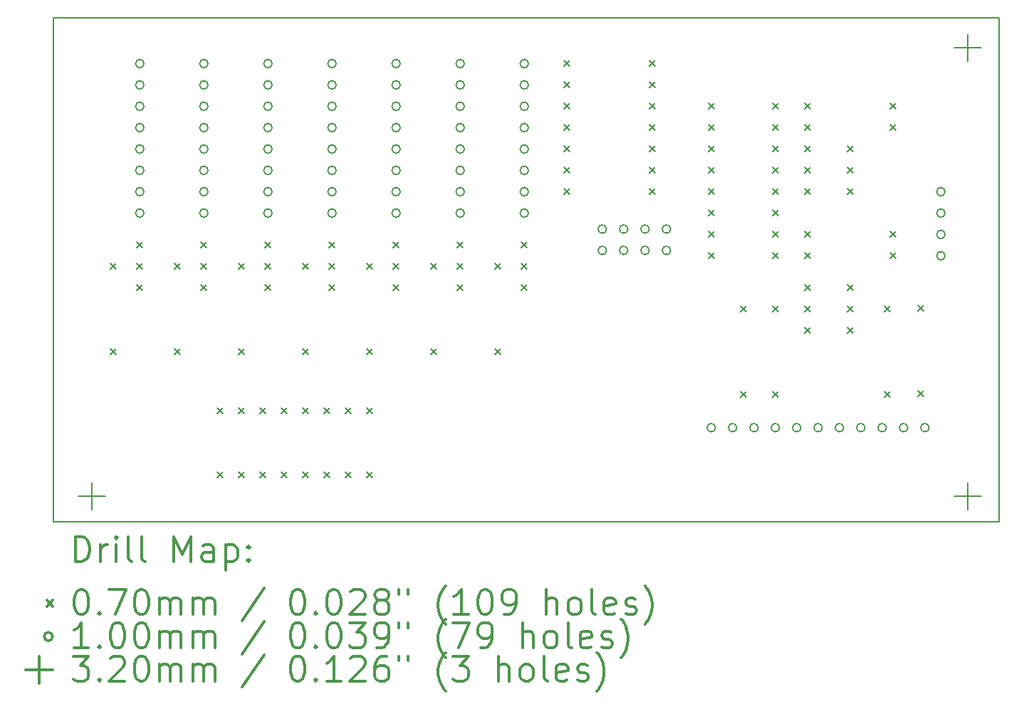
<source format=gbr>
%FSLAX45Y45*%
G04 Gerber Fmt 4.5, Leading zero omitted, Abs format (unit mm)*
G04 Created by KiCad (PCBNEW 4.0.1-stable) date 12/26/16 02:16:39*
%MOMM*%
G01*
G04 APERTURE LIST*
%ADD10C,0.127000*%
%ADD11C,0.150000*%
%ADD12C,0.200000*%
%ADD13C,0.300000*%
G04 APERTURE END LIST*
D10*
D11*
X12750000Y-12500000D02*
X24000000Y-12500000D01*
X12750000Y-6500000D02*
X12750000Y-12500000D01*
X24000000Y-6500000D02*
X24000000Y-12500000D01*
X12750000Y-6500000D02*
X24000000Y-6500000D01*
D12*
X13427000Y-9426500D02*
X13497000Y-9496500D01*
X13497000Y-9426500D02*
X13427000Y-9496500D01*
X13427000Y-10442500D02*
X13497000Y-10512500D01*
X13497000Y-10442500D02*
X13427000Y-10512500D01*
X13744500Y-9172500D02*
X13814500Y-9242500D01*
X13814500Y-9172500D02*
X13744500Y-9242500D01*
X13744500Y-9426500D02*
X13814500Y-9496500D01*
X13814500Y-9426500D02*
X13744500Y-9496500D01*
X13744500Y-9680500D02*
X13814500Y-9750500D01*
X13814500Y-9680500D02*
X13744500Y-9750500D01*
X14189000Y-9426500D02*
X14259000Y-9496500D01*
X14259000Y-9426500D02*
X14189000Y-9496500D01*
X14189000Y-10442500D02*
X14259000Y-10512500D01*
X14259000Y-10442500D02*
X14189000Y-10512500D01*
X14506500Y-9172500D02*
X14576500Y-9242500D01*
X14576500Y-9172500D02*
X14506500Y-9242500D01*
X14506500Y-9426500D02*
X14576500Y-9496500D01*
X14576500Y-9426500D02*
X14506500Y-9496500D01*
X14506500Y-9680500D02*
X14576500Y-9750500D01*
X14576500Y-9680500D02*
X14506500Y-9750500D01*
X14697000Y-11141000D02*
X14767000Y-11211000D01*
X14767000Y-11141000D02*
X14697000Y-11211000D01*
X14697000Y-11903000D02*
X14767000Y-11973000D01*
X14767000Y-11903000D02*
X14697000Y-11973000D01*
X14951000Y-9426500D02*
X15021000Y-9496500D01*
X15021000Y-9426500D02*
X14951000Y-9496500D01*
X14951000Y-10442500D02*
X15021000Y-10512500D01*
X15021000Y-10442500D02*
X14951000Y-10512500D01*
X14951000Y-11141000D02*
X15021000Y-11211000D01*
X15021000Y-11141000D02*
X14951000Y-11211000D01*
X14951000Y-11903000D02*
X15021000Y-11973000D01*
X15021000Y-11903000D02*
X14951000Y-11973000D01*
X15205000Y-11141000D02*
X15275000Y-11211000D01*
X15275000Y-11141000D02*
X15205000Y-11211000D01*
X15205000Y-11903000D02*
X15275000Y-11973000D01*
X15275000Y-11903000D02*
X15205000Y-11973000D01*
X15268500Y-9172500D02*
X15338500Y-9242500D01*
X15338500Y-9172500D02*
X15268500Y-9242500D01*
X15268500Y-9426500D02*
X15338500Y-9496500D01*
X15338500Y-9426500D02*
X15268500Y-9496500D01*
X15268500Y-9680500D02*
X15338500Y-9750500D01*
X15338500Y-9680500D02*
X15268500Y-9750500D01*
X15459000Y-11141000D02*
X15529000Y-11211000D01*
X15529000Y-11141000D02*
X15459000Y-11211000D01*
X15459000Y-11903000D02*
X15529000Y-11973000D01*
X15529000Y-11903000D02*
X15459000Y-11973000D01*
X15713000Y-9426500D02*
X15783000Y-9496500D01*
X15783000Y-9426500D02*
X15713000Y-9496500D01*
X15713000Y-10442500D02*
X15783000Y-10512500D01*
X15783000Y-10442500D02*
X15713000Y-10512500D01*
X15713000Y-11141000D02*
X15783000Y-11211000D01*
X15783000Y-11141000D02*
X15713000Y-11211000D01*
X15713000Y-11903000D02*
X15783000Y-11973000D01*
X15783000Y-11903000D02*
X15713000Y-11973000D01*
X15967000Y-11141000D02*
X16037000Y-11211000D01*
X16037000Y-11141000D02*
X15967000Y-11211000D01*
X15967000Y-11903000D02*
X16037000Y-11973000D01*
X16037000Y-11903000D02*
X15967000Y-11973000D01*
X16030500Y-9172500D02*
X16100500Y-9242500D01*
X16100500Y-9172500D02*
X16030500Y-9242500D01*
X16030500Y-9426500D02*
X16100500Y-9496500D01*
X16100500Y-9426500D02*
X16030500Y-9496500D01*
X16030500Y-9680500D02*
X16100500Y-9750500D01*
X16100500Y-9680500D02*
X16030500Y-9750500D01*
X16221000Y-11141000D02*
X16291000Y-11211000D01*
X16291000Y-11141000D02*
X16221000Y-11211000D01*
X16221000Y-11903000D02*
X16291000Y-11973000D01*
X16291000Y-11903000D02*
X16221000Y-11973000D01*
X16475000Y-9426500D02*
X16545000Y-9496500D01*
X16545000Y-9426500D02*
X16475000Y-9496500D01*
X16475000Y-10442500D02*
X16545000Y-10512500D01*
X16545000Y-10442500D02*
X16475000Y-10512500D01*
X16475000Y-11141000D02*
X16545000Y-11211000D01*
X16545000Y-11141000D02*
X16475000Y-11211000D01*
X16475000Y-11903000D02*
X16545000Y-11973000D01*
X16545000Y-11903000D02*
X16475000Y-11973000D01*
X16792500Y-9172500D02*
X16862500Y-9242500D01*
X16862500Y-9172500D02*
X16792500Y-9242500D01*
X16792500Y-9426500D02*
X16862500Y-9496500D01*
X16862500Y-9426500D02*
X16792500Y-9496500D01*
X16792500Y-9680500D02*
X16862500Y-9750500D01*
X16862500Y-9680500D02*
X16792500Y-9750500D01*
X17237000Y-9426500D02*
X17307000Y-9496500D01*
X17307000Y-9426500D02*
X17237000Y-9496500D01*
X17237000Y-10442500D02*
X17307000Y-10512500D01*
X17307000Y-10442500D02*
X17237000Y-10512500D01*
X17554500Y-9172500D02*
X17624500Y-9242500D01*
X17624500Y-9172500D02*
X17554500Y-9242500D01*
X17554500Y-9426500D02*
X17624500Y-9496500D01*
X17624500Y-9426500D02*
X17554500Y-9496500D01*
X17554500Y-9680500D02*
X17624500Y-9750500D01*
X17624500Y-9680500D02*
X17554500Y-9750500D01*
X17999000Y-9426500D02*
X18069000Y-9496500D01*
X18069000Y-9426500D02*
X17999000Y-9496500D01*
X17999000Y-10442500D02*
X18069000Y-10512500D01*
X18069000Y-10442500D02*
X17999000Y-10512500D01*
X18316500Y-9172500D02*
X18386500Y-9242500D01*
X18386500Y-9172500D02*
X18316500Y-9242500D01*
X18316500Y-9426500D02*
X18386500Y-9496500D01*
X18386500Y-9426500D02*
X18316500Y-9496500D01*
X18316500Y-9680500D02*
X18386500Y-9750500D01*
X18386500Y-9680500D02*
X18316500Y-9750500D01*
X18824500Y-7013500D02*
X18894500Y-7083500D01*
X18894500Y-7013500D02*
X18824500Y-7083500D01*
X18824500Y-7267500D02*
X18894500Y-7337500D01*
X18894500Y-7267500D02*
X18824500Y-7337500D01*
X18824500Y-7521500D02*
X18894500Y-7591500D01*
X18894500Y-7521500D02*
X18824500Y-7591500D01*
X18824500Y-7775500D02*
X18894500Y-7845500D01*
X18894500Y-7775500D02*
X18824500Y-7845500D01*
X18824500Y-8029500D02*
X18894500Y-8099500D01*
X18894500Y-8029500D02*
X18824500Y-8099500D01*
X18824500Y-8283500D02*
X18894500Y-8353500D01*
X18894500Y-8283500D02*
X18824500Y-8353500D01*
X18824500Y-8537500D02*
X18894500Y-8607500D01*
X18894500Y-8537500D02*
X18824500Y-8607500D01*
X19840500Y-7013500D02*
X19910500Y-7083500D01*
X19910500Y-7013500D02*
X19840500Y-7083500D01*
X19840500Y-7267500D02*
X19910500Y-7337500D01*
X19910500Y-7267500D02*
X19840500Y-7337500D01*
X19840500Y-7521500D02*
X19910500Y-7591500D01*
X19910500Y-7521500D02*
X19840500Y-7591500D01*
X19840500Y-7775500D02*
X19910500Y-7845500D01*
X19910500Y-7775500D02*
X19840500Y-7845500D01*
X19840500Y-8029500D02*
X19910500Y-8099500D01*
X19910500Y-8029500D02*
X19840500Y-8099500D01*
X19840500Y-8283500D02*
X19910500Y-8353500D01*
X19910500Y-8283500D02*
X19840500Y-8353500D01*
X19840500Y-8537500D02*
X19910500Y-8607500D01*
X19910500Y-8537500D02*
X19840500Y-8607500D01*
X20539000Y-7521500D02*
X20609000Y-7591500D01*
X20609000Y-7521500D02*
X20539000Y-7591500D01*
X20539000Y-7775500D02*
X20609000Y-7845500D01*
X20609000Y-7775500D02*
X20539000Y-7845500D01*
X20539000Y-8029500D02*
X20609000Y-8099500D01*
X20609000Y-8029500D02*
X20539000Y-8099500D01*
X20539000Y-8283500D02*
X20609000Y-8353500D01*
X20609000Y-8283500D02*
X20539000Y-8353500D01*
X20539000Y-8537500D02*
X20609000Y-8607500D01*
X20609000Y-8537500D02*
X20539000Y-8607500D01*
X20539000Y-8791500D02*
X20609000Y-8861500D01*
X20609000Y-8791500D02*
X20539000Y-8861500D01*
X20539000Y-9045500D02*
X20609000Y-9115500D01*
X20609000Y-9045500D02*
X20539000Y-9115500D01*
X20539000Y-9299500D02*
X20609000Y-9369500D01*
X20609000Y-9299500D02*
X20539000Y-9369500D01*
X20920000Y-9934500D02*
X20990000Y-10004500D01*
X20990000Y-9934500D02*
X20920000Y-10004500D01*
X20920000Y-10950500D02*
X20990000Y-11020500D01*
X20990000Y-10950500D02*
X20920000Y-11020500D01*
X21301000Y-7521500D02*
X21371000Y-7591500D01*
X21371000Y-7521500D02*
X21301000Y-7591500D01*
X21301000Y-7775500D02*
X21371000Y-7845500D01*
X21371000Y-7775500D02*
X21301000Y-7845500D01*
X21301000Y-8029500D02*
X21371000Y-8099500D01*
X21371000Y-8029500D02*
X21301000Y-8099500D01*
X21301000Y-8283500D02*
X21371000Y-8353500D01*
X21371000Y-8283500D02*
X21301000Y-8353500D01*
X21301000Y-8537500D02*
X21371000Y-8607500D01*
X21371000Y-8537500D02*
X21301000Y-8607500D01*
X21301000Y-8791500D02*
X21371000Y-8861500D01*
X21371000Y-8791500D02*
X21301000Y-8861500D01*
X21301000Y-9045500D02*
X21371000Y-9115500D01*
X21371000Y-9045500D02*
X21301000Y-9115500D01*
X21301000Y-9299500D02*
X21371000Y-9369500D01*
X21371000Y-9299500D02*
X21301000Y-9369500D01*
X21301000Y-9934500D02*
X21371000Y-10004500D01*
X21371000Y-9934500D02*
X21301000Y-10004500D01*
X21301000Y-10950500D02*
X21371000Y-11020500D01*
X21371000Y-10950500D02*
X21301000Y-11020500D01*
X21682000Y-7521500D02*
X21752000Y-7591500D01*
X21752000Y-7521500D02*
X21682000Y-7591500D01*
X21682000Y-7775500D02*
X21752000Y-7845500D01*
X21752000Y-7775500D02*
X21682000Y-7845500D01*
X21682000Y-8029500D02*
X21752000Y-8099500D01*
X21752000Y-8029500D02*
X21682000Y-8099500D01*
X21682000Y-8283500D02*
X21752000Y-8353500D01*
X21752000Y-8283500D02*
X21682000Y-8353500D01*
X21682000Y-8537500D02*
X21752000Y-8607500D01*
X21752000Y-8537500D02*
X21682000Y-8607500D01*
X21682000Y-9045500D02*
X21752000Y-9115500D01*
X21752000Y-9045500D02*
X21682000Y-9115500D01*
X21682000Y-9299500D02*
X21752000Y-9369500D01*
X21752000Y-9299500D02*
X21682000Y-9369500D01*
X21682000Y-9680500D02*
X21752000Y-9750500D01*
X21752000Y-9680500D02*
X21682000Y-9750500D01*
X21682000Y-9934500D02*
X21752000Y-10004500D01*
X21752000Y-9934500D02*
X21682000Y-10004500D01*
X21682000Y-10188500D02*
X21752000Y-10258500D01*
X21752000Y-10188500D02*
X21682000Y-10258500D01*
X22190000Y-8029500D02*
X22260000Y-8099500D01*
X22260000Y-8029500D02*
X22190000Y-8099500D01*
X22190000Y-8283500D02*
X22260000Y-8353500D01*
X22260000Y-8283500D02*
X22190000Y-8353500D01*
X22190000Y-8537500D02*
X22260000Y-8607500D01*
X22260000Y-8537500D02*
X22190000Y-8607500D01*
X22190000Y-9680500D02*
X22260000Y-9750500D01*
X22260000Y-9680500D02*
X22190000Y-9750500D01*
X22190000Y-9934500D02*
X22260000Y-10004500D01*
X22260000Y-9934500D02*
X22190000Y-10004500D01*
X22190000Y-10188500D02*
X22260000Y-10258500D01*
X22260000Y-10188500D02*
X22190000Y-10258500D01*
X22634500Y-9934500D02*
X22704500Y-10004500D01*
X22704500Y-9934500D02*
X22634500Y-10004500D01*
X22634500Y-10950500D02*
X22704500Y-11020500D01*
X22704500Y-10950500D02*
X22634500Y-11020500D01*
X22698000Y-7521500D02*
X22768000Y-7591500D01*
X22768000Y-7521500D02*
X22698000Y-7591500D01*
X22698000Y-7775500D02*
X22768000Y-7845500D01*
X22768000Y-7775500D02*
X22698000Y-7845500D01*
X22698000Y-9045500D02*
X22768000Y-9115500D01*
X22768000Y-9045500D02*
X22698000Y-9115500D01*
X22698000Y-9299500D02*
X22768000Y-9369500D01*
X22768000Y-9299500D02*
X22698000Y-9369500D01*
X23028200Y-9921800D02*
X23098200Y-9991800D01*
X23098200Y-9921800D02*
X23028200Y-9991800D01*
X23028200Y-10937800D02*
X23098200Y-11007800D01*
X23098200Y-10937800D02*
X23028200Y-11007800D01*
X13829500Y-7048500D02*
G75*
G03X13829500Y-7048500I-50000J0D01*
G01*
X13829500Y-7302500D02*
G75*
G03X13829500Y-7302500I-50000J0D01*
G01*
X13829500Y-7556500D02*
G75*
G03X13829500Y-7556500I-50000J0D01*
G01*
X13829500Y-7810500D02*
G75*
G03X13829500Y-7810500I-50000J0D01*
G01*
X13829500Y-8064500D02*
G75*
G03X13829500Y-8064500I-50000J0D01*
G01*
X13829500Y-8318500D02*
G75*
G03X13829500Y-8318500I-50000J0D01*
G01*
X13829500Y-8572500D02*
G75*
G03X13829500Y-8572500I-50000J0D01*
G01*
X13829500Y-8826500D02*
G75*
G03X13829500Y-8826500I-50000J0D01*
G01*
X14591500Y-7048500D02*
G75*
G03X14591500Y-7048500I-50000J0D01*
G01*
X14591500Y-7302500D02*
G75*
G03X14591500Y-7302500I-50000J0D01*
G01*
X14591500Y-7556500D02*
G75*
G03X14591500Y-7556500I-50000J0D01*
G01*
X14591500Y-7810500D02*
G75*
G03X14591500Y-7810500I-50000J0D01*
G01*
X14591500Y-8064500D02*
G75*
G03X14591500Y-8064500I-50000J0D01*
G01*
X14591500Y-8318500D02*
G75*
G03X14591500Y-8318500I-50000J0D01*
G01*
X14591500Y-8572500D02*
G75*
G03X14591500Y-8572500I-50000J0D01*
G01*
X14591500Y-8826500D02*
G75*
G03X14591500Y-8826500I-50000J0D01*
G01*
X15353500Y-7048500D02*
G75*
G03X15353500Y-7048500I-50000J0D01*
G01*
X15353500Y-7302500D02*
G75*
G03X15353500Y-7302500I-50000J0D01*
G01*
X15353500Y-7556500D02*
G75*
G03X15353500Y-7556500I-50000J0D01*
G01*
X15353500Y-7810500D02*
G75*
G03X15353500Y-7810500I-50000J0D01*
G01*
X15353500Y-8064500D02*
G75*
G03X15353500Y-8064500I-50000J0D01*
G01*
X15353500Y-8318500D02*
G75*
G03X15353500Y-8318500I-50000J0D01*
G01*
X15353500Y-8572500D02*
G75*
G03X15353500Y-8572500I-50000J0D01*
G01*
X15353500Y-8826500D02*
G75*
G03X15353500Y-8826500I-50000J0D01*
G01*
X16115500Y-7048500D02*
G75*
G03X16115500Y-7048500I-50000J0D01*
G01*
X16115500Y-7302500D02*
G75*
G03X16115500Y-7302500I-50000J0D01*
G01*
X16115500Y-7556500D02*
G75*
G03X16115500Y-7556500I-50000J0D01*
G01*
X16115500Y-7810500D02*
G75*
G03X16115500Y-7810500I-50000J0D01*
G01*
X16115500Y-8064500D02*
G75*
G03X16115500Y-8064500I-50000J0D01*
G01*
X16115500Y-8318500D02*
G75*
G03X16115500Y-8318500I-50000J0D01*
G01*
X16115500Y-8572500D02*
G75*
G03X16115500Y-8572500I-50000J0D01*
G01*
X16115500Y-8826500D02*
G75*
G03X16115500Y-8826500I-50000J0D01*
G01*
X16877500Y-7048500D02*
G75*
G03X16877500Y-7048500I-50000J0D01*
G01*
X16877500Y-7302500D02*
G75*
G03X16877500Y-7302500I-50000J0D01*
G01*
X16877500Y-7556500D02*
G75*
G03X16877500Y-7556500I-50000J0D01*
G01*
X16877500Y-7810500D02*
G75*
G03X16877500Y-7810500I-50000J0D01*
G01*
X16877500Y-8064500D02*
G75*
G03X16877500Y-8064500I-50000J0D01*
G01*
X16877500Y-8318500D02*
G75*
G03X16877500Y-8318500I-50000J0D01*
G01*
X16877500Y-8572500D02*
G75*
G03X16877500Y-8572500I-50000J0D01*
G01*
X16877500Y-8826500D02*
G75*
G03X16877500Y-8826500I-50000J0D01*
G01*
X17639500Y-7048500D02*
G75*
G03X17639500Y-7048500I-50000J0D01*
G01*
X17639500Y-7302500D02*
G75*
G03X17639500Y-7302500I-50000J0D01*
G01*
X17639500Y-7556500D02*
G75*
G03X17639500Y-7556500I-50000J0D01*
G01*
X17639500Y-7810500D02*
G75*
G03X17639500Y-7810500I-50000J0D01*
G01*
X17639500Y-8064500D02*
G75*
G03X17639500Y-8064500I-50000J0D01*
G01*
X17639500Y-8318500D02*
G75*
G03X17639500Y-8318500I-50000J0D01*
G01*
X17639500Y-8572500D02*
G75*
G03X17639500Y-8572500I-50000J0D01*
G01*
X17639500Y-8826500D02*
G75*
G03X17639500Y-8826500I-50000J0D01*
G01*
X18401500Y-7048500D02*
G75*
G03X18401500Y-7048500I-50000J0D01*
G01*
X18401500Y-7302500D02*
G75*
G03X18401500Y-7302500I-50000J0D01*
G01*
X18401500Y-7556500D02*
G75*
G03X18401500Y-7556500I-50000J0D01*
G01*
X18401500Y-7810500D02*
G75*
G03X18401500Y-7810500I-50000J0D01*
G01*
X18401500Y-8064500D02*
G75*
G03X18401500Y-8064500I-50000J0D01*
G01*
X18401500Y-8318500D02*
G75*
G03X18401500Y-8318500I-50000J0D01*
G01*
X18401500Y-8572500D02*
G75*
G03X18401500Y-8572500I-50000J0D01*
G01*
X18401500Y-8826500D02*
G75*
G03X18401500Y-8826500I-50000J0D01*
G01*
X19328600Y-9017000D02*
G75*
G03X19328600Y-9017000I-50000J0D01*
G01*
X19328600Y-9271000D02*
G75*
G03X19328600Y-9271000I-50000J0D01*
G01*
X19582600Y-9017000D02*
G75*
G03X19582600Y-9017000I-50000J0D01*
G01*
X19582600Y-9271000D02*
G75*
G03X19582600Y-9271000I-50000J0D01*
G01*
X19836600Y-9017000D02*
G75*
G03X19836600Y-9017000I-50000J0D01*
G01*
X19836600Y-9271000D02*
G75*
G03X19836600Y-9271000I-50000J0D01*
G01*
X20090600Y-9017000D02*
G75*
G03X20090600Y-9017000I-50000J0D01*
G01*
X20090600Y-9271000D02*
G75*
G03X20090600Y-9271000I-50000J0D01*
G01*
X20624000Y-11379200D02*
G75*
G03X20624000Y-11379200I-50000J0D01*
G01*
X20878000Y-11379200D02*
G75*
G03X20878000Y-11379200I-50000J0D01*
G01*
X21132000Y-11379200D02*
G75*
G03X21132000Y-11379200I-50000J0D01*
G01*
X21386000Y-11379200D02*
G75*
G03X21386000Y-11379200I-50000J0D01*
G01*
X21640000Y-11379200D02*
G75*
G03X21640000Y-11379200I-50000J0D01*
G01*
X21894000Y-11379200D02*
G75*
G03X21894000Y-11379200I-50000J0D01*
G01*
X22148000Y-11379200D02*
G75*
G03X22148000Y-11379200I-50000J0D01*
G01*
X22402000Y-11379200D02*
G75*
G03X22402000Y-11379200I-50000J0D01*
G01*
X22656000Y-11379200D02*
G75*
G03X22656000Y-11379200I-50000J0D01*
G01*
X22910000Y-11379200D02*
G75*
G03X22910000Y-11379200I-50000J0D01*
G01*
X23164000Y-11379200D02*
G75*
G03X23164000Y-11379200I-50000J0D01*
G01*
X23354500Y-8572500D02*
G75*
G03X23354500Y-8572500I-50000J0D01*
G01*
X23354500Y-8826500D02*
G75*
G03X23354500Y-8826500I-50000J0D01*
G01*
X23354500Y-9080500D02*
G75*
G03X23354500Y-9080500I-50000J0D01*
G01*
X23354500Y-9334500D02*
G75*
G03X23354500Y-9334500I-50000J0D01*
G01*
X13208000Y-12032000D02*
X13208000Y-12352000D01*
X13048000Y-12192000D02*
X13368000Y-12192000D01*
X23622000Y-6698000D02*
X23622000Y-7018000D01*
X23462000Y-6858000D02*
X23782000Y-6858000D01*
X23622000Y-12032000D02*
X23622000Y-12352000D01*
X23462000Y-12192000D02*
X23782000Y-12192000D01*
D13*
X13013928Y-12973214D02*
X13013928Y-12673214D01*
X13085357Y-12673214D01*
X13128214Y-12687500D01*
X13156786Y-12716071D01*
X13171071Y-12744643D01*
X13185357Y-12801786D01*
X13185357Y-12844643D01*
X13171071Y-12901786D01*
X13156786Y-12930357D01*
X13128214Y-12958929D01*
X13085357Y-12973214D01*
X13013928Y-12973214D01*
X13313928Y-12973214D02*
X13313928Y-12773214D01*
X13313928Y-12830357D02*
X13328214Y-12801786D01*
X13342500Y-12787500D01*
X13371071Y-12773214D01*
X13399643Y-12773214D01*
X13499643Y-12973214D02*
X13499643Y-12773214D01*
X13499643Y-12673214D02*
X13485357Y-12687500D01*
X13499643Y-12701786D01*
X13513928Y-12687500D01*
X13499643Y-12673214D01*
X13499643Y-12701786D01*
X13685357Y-12973214D02*
X13656786Y-12958929D01*
X13642500Y-12930357D01*
X13642500Y-12673214D01*
X13842500Y-12973214D02*
X13813928Y-12958929D01*
X13799643Y-12930357D01*
X13799643Y-12673214D01*
X14185357Y-12973214D02*
X14185357Y-12673214D01*
X14285357Y-12887500D01*
X14385357Y-12673214D01*
X14385357Y-12973214D01*
X14656786Y-12973214D02*
X14656786Y-12816071D01*
X14642500Y-12787500D01*
X14613928Y-12773214D01*
X14556786Y-12773214D01*
X14528214Y-12787500D01*
X14656786Y-12958929D02*
X14628214Y-12973214D01*
X14556786Y-12973214D01*
X14528214Y-12958929D01*
X14513928Y-12930357D01*
X14513928Y-12901786D01*
X14528214Y-12873214D01*
X14556786Y-12858929D01*
X14628214Y-12858929D01*
X14656786Y-12844643D01*
X14799643Y-12773214D02*
X14799643Y-13073214D01*
X14799643Y-12787500D02*
X14828214Y-12773214D01*
X14885357Y-12773214D01*
X14913928Y-12787500D01*
X14928214Y-12801786D01*
X14942500Y-12830357D01*
X14942500Y-12916071D01*
X14928214Y-12944643D01*
X14913928Y-12958929D01*
X14885357Y-12973214D01*
X14828214Y-12973214D01*
X14799643Y-12958929D01*
X15071071Y-12944643D02*
X15085357Y-12958929D01*
X15071071Y-12973214D01*
X15056786Y-12958929D01*
X15071071Y-12944643D01*
X15071071Y-12973214D01*
X15071071Y-12787500D02*
X15085357Y-12801786D01*
X15071071Y-12816071D01*
X15056786Y-12801786D01*
X15071071Y-12787500D01*
X15071071Y-12816071D01*
X12672500Y-13432500D02*
X12742500Y-13502500D01*
X12742500Y-13432500D02*
X12672500Y-13502500D01*
X13071071Y-13303214D02*
X13099643Y-13303214D01*
X13128214Y-13317500D01*
X13142500Y-13331786D01*
X13156786Y-13360357D01*
X13171071Y-13417500D01*
X13171071Y-13488929D01*
X13156786Y-13546071D01*
X13142500Y-13574643D01*
X13128214Y-13588929D01*
X13099643Y-13603214D01*
X13071071Y-13603214D01*
X13042500Y-13588929D01*
X13028214Y-13574643D01*
X13013928Y-13546071D01*
X12999643Y-13488929D01*
X12999643Y-13417500D01*
X13013928Y-13360357D01*
X13028214Y-13331786D01*
X13042500Y-13317500D01*
X13071071Y-13303214D01*
X13299643Y-13574643D02*
X13313928Y-13588929D01*
X13299643Y-13603214D01*
X13285357Y-13588929D01*
X13299643Y-13574643D01*
X13299643Y-13603214D01*
X13413928Y-13303214D02*
X13613928Y-13303214D01*
X13485357Y-13603214D01*
X13785357Y-13303214D02*
X13813928Y-13303214D01*
X13842500Y-13317500D01*
X13856786Y-13331786D01*
X13871071Y-13360357D01*
X13885357Y-13417500D01*
X13885357Y-13488929D01*
X13871071Y-13546071D01*
X13856786Y-13574643D01*
X13842500Y-13588929D01*
X13813928Y-13603214D01*
X13785357Y-13603214D01*
X13756786Y-13588929D01*
X13742500Y-13574643D01*
X13728214Y-13546071D01*
X13713928Y-13488929D01*
X13713928Y-13417500D01*
X13728214Y-13360357D01*
X13742500Y-13331786D01*
X13756786Y-13317500D01*
X13785357Y-13303214D01*
X14013928Y-13603214D02*
X14013928Y-13403214D01*
X14013928Y-13431786D02*
X14028214Y-13417500D01*
X14056786Y-13403214D01*
X14099643Y-13403214D01*
X14128214Y-13417500D01*
X14142500Y-13446071D01*
X14142500Y-13603214D01*
X14142500Y-13446071D02*
X14156786Y-13417500D01*
X14185357Y-13403214D01*
X14228214Y-13403214D01*
X14256786Y-13417500D01*
X14271071Y-13446071D01*
X14271071Y-13603214D01*
X14413928Y-13603214D02*
X14413928Y-13403214D01*
X14413928Y-13431786D02*
X14428214Y-13417500D01*
X14456786Y-13403214D01*
X14499643Y-13403214D01*
X14528214Y-13417500D01*
X14542500Y-13446071D01*
X14542500Y-13603214D01*
X14542500Y-13446071D02*
X14556786Y-13417500D01*
X14585357Y-13403214D01*
X14628214Y-13403214D01*
X14656786Y-13417500D01*
X14671071Y-13446071D01*
X14671071Y-13603214D01*
X15256786Y-13288929D02*
X14999643Y-13674643D01*
X15642500Y-13303214D02*
X15671071Y-13303214D01*
X15699643Y-13317500D01*
X15713928Y-13331786D01*
X15728214Y-13360357D01*
X15742500Y-13417500D01*
X15742500Y-13488929D01*
X15728214Y-13546071D01*
X15713928Y-13574643D01*
X15699643Y-13588929D01*
X15671071Y-13603214D01*
X15642500Y-13603214D01*
X15613928Y-13588929D01*
X15599643Y-13574643D01*
X15585357Y-13546071D01*
X15571071Y-13488929D01*
X15571071Y-13417500D01*
X15585357Y-13360357D01*
X15599643Y-13331786D01*
X15613928Y-13317500D01*
X15642500Y-13303214D01*
X15871071Y-13574643D02*
X15885357Y-13588929D01*
X15871071Y-13603214D01*
X15856786Y-13588929D01*
X15871071Y-13574643D01*
X15871071Y-13603214D01*
X16071071Y-13303214D02*
X16099643Y-13303214D01*
X16128214Y-13317500D01*
X16142500Y-13331786D01*
X16156785Y-13360357D01*
X16171071Y-13417500D01*
X16171071Y-13488929D01*
X16156785Y-13546071D01*
X16142500Y-13574643D01*
X16128214Y-13588929D01*
X16099643Y-13603214D01*
X16071071Y-13603214D01*
X16042500Y-13588929D01*
X16028214Y-13574643D01*
X16013928Y-13546071D01*
X15999643Y-13488929D01*
X15999643Y-13417500D01*
X16013928Y-13360357D01*
X16028214Y-13331786D01*
X16042500Y-13317500D01*
X16071071Y-13303214D01*
X16285357Y-13331786D02*
X16299643Y-13317500D01*
X16328214Y-13303214D01*
X16399643Y-13303214D01*
X16428214Y-13317500D01*
X16442500Y-13331786D01*
X16456785Y-13360357D01*
X16456785Y-13388929D01*
X16442500Y-13431786D01*
X16271071Y-13603214D01*
X16456785Y-13603214D01*
X16628214Y-13431786D02*
X16599643Y-13417500D01*
X16585357Y-13403214D01*
X16571071Y-13374643D01*
X16571071Y-13360357D01*
X16585357Y-13331786D01*
X16599643Y-13317500D01*
X16628214Y-13303214D01*
X16685357Y-13303214D01*
X16713928Y-13317500D01*
X16728214Y-13331786D01*
X16742500Y-13360357D01*
X16742500Y-13374643D01*
X16728214Y-13403214D01*
X16713928Y-13417500D01*
X16685357Y-13431786D01*
X16628214Y-13431786D01*
X16599643Y-13446071D01*
X16585357Y-13460357D01*
X16571071Y-13488929D01*
X16571071Y-13546071D01*
X16585357Y-13574643D01*
X16599643Y-13588929D01*
X16628214Y-13603214D01*
X16685357Y-13603214D01*
X16713928Y-13588929D01*
X16728214Y-13574643D01*
X16742500Y-13546071D01*
X16742500Y-13488929D01*
X16728214Y-13460357D01*
X16713928Y-13446071D01*
X16685357Y-13431786D01*
X16856786Y-13303214D02*
X16856786Y-13360357D01*
X16971071Y-13303214D02*
X16971071Y-13360357D01*
X17413928Y-13717500D02*
X17399643Y-13703214D01*
X17371071Y-13660357D01*
X17356786Y-13631786D01*
X17342500Y-13588929D01*
X17328214Y-13517500D01*
X17328214Y-13460357D01*
X17342500Y-13388929D01*
X17356786Y-13346071D01*
X17371071Y-13317500D01*
X17399643Y-13274643D01*
X17413928Y-13260357D01*
X17685357Y-13603214D02*
X17513928Y-13603214D01*
X17599643Y-13603214D02*
X17599643Y-13303214D01*
X17571071Y-13346071D01*
X17542500Y-13374643D01*
X17513928Y-13388929D01*
X17871071Y-13303214D02*
X17899643Y-13303214D01*
X17928214Y-13317500D01*
X17942500Y-13331786D01*
X17956786Y-13360357D01*
X17971071Y-13417500D01*
X17971071Y-13488929D01*
X17956786Y-13546071D01*
X17942500Y-13574643D01*
X17928214Y-13588929D01*
X17899643Y-13603214D01*
X17871071Y-13603214D01*
X17842500Y-13588929D01*
X17828214Y-13574643D01*
X17813928Y-13546071D01*
X17799643Y-13488929D01*
X17799643Y-13417500D01*
X17813928Y-13360357D01*
X17828214Y-13331786D01*
X17842500Y-13317500D01*
X17871071Y-13303214D01*
X18113928Y-13603214D02*
X18171071Y-13603214D01*
X18199643Y-13588929D01*
X18213928Y-13574643D01*
X18242500Y-13531786D01*
X18256786Y-13474643D01*
X18256786Y-13360357D01*
X18242500Y-13331786D01*
X18228214Y-13317500D01*
X18199643Y-13303214D01*
X18142500Y-13303214D01*
X18113928Y-13317500D01*
X18099643Y-13331786D01*
X18085357Y-13360357D01*
X18085357Y-13431786D01*
X18099643Y-13460357D01*
X18113928Y-13474643D01*
X18142500Y-13488929D01*
X18199643Y-13488929D01*
X18228214Y-13474643D01*
X18242500Y-13460357D01*
X18256786Y-13431786D01*
X18613928Y-13603214D02*
X18613928Y-13303214D01*
X18742500Y-13603214D02*
X18742500Y-13446071D01*
X18728214Y-13417500D01*
X18699643Y-13403214D01*
X18656786Y-13403214D01*
X18628214Y-13417500D01*
X18613928Y-13431786D01*
X18928214Y-13603214D02*
X18899643Y-13588929D01*
X18885357Y-13574643D01*
X18871071Y-13546071D01*
X18871071Y-13460357D01*
X18885357Y-13431786D01*
X18899643Y-13417500D01*
X18928214Y-13403214D01*
X18971071Y-13403214D01*
X18999643Y-13417500D01*
X19013928Y-13431786D01*
X19028214Y-13460357D01*
X19028214Y-13546071D01*
X19013928Y-13574643D01*
X18999643Y-13588929D01*
X18971071Y-13603214D01*
X18928214Y-13603214D01*
X19199643Y-13603214D02*
X19171071Y-13588929D01*
X19156786Y-13560357D01*
X19156786Y-13303214D01*
X19428214Y-13588929D02*
X19399643Y-13603214D01*
X19342500Y-13603214D01*
X19313929Y-13588929D01*
X19299643Y-13560357D01*
X19299643Y-13446071D01*
X19313929Y-13417500D01*
X19342500Y-13403214D01*
X19399643Y-13403214D01*
X19428214Y-13417500D01*
X19442500Y-13446071D01*
X19442500Y-13474643D01*
X19299643Y-13503214D01*
X19556786Y-13588929D02*
X19585357Y-13603214D01*
X19642500Y-13603214D01*
X19671071Y-13588929D01*
X19685357Y-13560357D01*
X19685357Y-13546071D01*
X19671071Y-13517500D01*
X19642500Y-13503214D01*
X19599643Y-13503214D01*
X19571071Y-13488929D01*
X19556786Y-13460357D01*
X19556786Y-13446071D01*
X19571071Y-13417500D01*
X19599643Y-13403214D01*
X19642500Y-13403214D01*
X19671071Y-13417500D01*
X19785357Y-13717500D02*
X19799643Y-13703214D01*
X19828214Y-13660357D01*
X19842500Y-13631786D01*
X19856786Y-13588929D01*
X19871071Y-13517500D01*
X19871071Y-13460357D01*
X19856786Y-13388929D01*
X19842500Y-13346071D01*
X19828214Y-13317500D01*
X19799643Y-13274643D01*
X19785357Y-13260357D01*
X12742500Y-13863500D02*
G75*
G03X12742500Y-13863500I-50000J0D01*
G01*
X13171071Y-13999214D02*
X12999643Y-13999214D01*
X13085357Y-13999214D02*
X13085357Y-13699214D01*
X13056786Y-13742071D01*
X13028214Y-13770643D01*
X12999643Y-13784929D01*
X13299643Y-13970643D02*
X13313928Y-13984929D01*
X13299643Y-13999214D01*
X13285357Y-13984929D01*
X13299643Y-13970643D01*
X13299643Y-13999214D01*
X13499643Y-13699214D02*
X13528214Y-13699214D01*
X13556786Y-13713500D01*
X13571071Y-13727786D01*
X13585357Y-13756357D01*
X13599643Y-13813500D01*
X13599643Y-13884929D01*
X13585357Y-13942071D01*
X13571071Y-13970643D01*
X13556786Y-13984929D01*
X13528214Y-13999214D01*
X13499643Y-13999214D01*
X13471071Y-13984929D01*
X13456786Y-13970643D01*
X13442500Y-13942071D01*
X13428214Y-13884929D01*
X13428214Y-13813500D01*
X13442500Y-13756357D01*
X13456786Y-13727786D01*
X13471071Y-13713500D01*
X13499643Y-13699214D01*
X13785357Y-13699214D02*
X13813928Y-13699214D01*
X13842500Y-13713500D01*
X13856786Y-13727786D01*
X13871071Y-13756357D01*
X13885357Y-13813500D01*
X13885357Y-13884929D01*
X13871071Y-13942071D01*
X13856786Y-13970643D01*
X13842500Y-13984929D01*
X13813928Y-13999214D01*
X13785357Y-13999214D01*
X13756786Y-13984929D01*
X13742500Y-13970643D01*
X13728214Y-13942071D01*
X13713928Y-13884929D01*
X13713928Y-13813500D01*
X13728214Y-13756357D01*
X13742500Y-13727786D01*
X13756786Y-13713500D01*
X13785357Y-13699214D01*
X14013928Y-13999214D02*
X14013928Y-13799214D01*
X14013928Y-13827786D02*
X14028214Y-13813500D01*
X14056786Y-13799214D01*
X14099643Y-13799214D01*
X14128214Y-13813500D01*
X14142500Y-13842071D01*
X14142500Y-13999214D01*
X14142500Y-13842071D02*
X14156786Y-13813500D01*
X14185357Y-13799214D01*
X14228214Y-13799214D01*
X14256786Y-13813500D01*
X14271071Y-13842071D01*
X14271071Y-13999214D01*
X14413928Y-13999214D02*
X14413928Y-13799214D01*
X14413928Y-13827786D02*
X14428214Y-13813500D01*
X14456786Y-13799214D01*
X14499643Y-13799214D01*
X14528214Y-13813500D01*
X14542500Y-13842071D01*
X14542500Y-13999214D01*
X14542500Y-13842071D02*
X14556786Y-13813500D01*
X14585357Y-13799214D01*
X14628214Y-13799214D01*
X14656786Y-13813500D01*
X14671071Y-13842071D01*
X14671071Y-13999214D01*
X15256786Y-13684929D02*
X14999643Y-14070643D01*
X15642500Y-13699214D02*
X15671071Y-13699214D01*
X15699643Y-13713500D01*
X15713928Y-13727786D01*
X15728214Y-13756357D01*
X15742500Y-13813500D01*
X15742500Y-13884929D01*
X15728214Y-13942071D01*
X15713928Y-13970643D01*
X15699643Y-13984929D01*
X15671071Y-13999214D01*
X15642500Y-13999214D01*
X15613928Y-13984929D01*
X15599643Y-13970643D01*
X15585357Y-13942071D01*
X15571071Y-13884929D01*
X15571071Y-13813500D01*
X15585357Y-13756357D01*
X15599643Y-13727786D01*
X15613928Y-13713500D01*
X15642500Y-13699214D01*
X15871071Y-13970643D02*
X15885357Y-13984929D01*
X15871071Y-13999214D01*
X15856786Y-13984929D01*
X15871071Y-13970643D01*
X15871071Y-13999214D01*
X16071071Y-13699214D02*
X16099643Y-13699214D01*
X16128214Y-13713500D01*
X16142500Y-13727786D01*
X16156785Y-13756357D01*
X16171071Y-13813500D01*
X16171071Y-13884929D01*
X16156785Y-13942071D01*
X16142500Y-13970643D01*
X16128214Y-13984929D01*
X16099643Y-13999214D01*
X16071071Y-13999214D01*
X16042500Y-13984929D01*
X16028214Y-13970643D01*
X16013928Y-13942071D01*
X15999643Y-13884929D01*
X15999643Y-13813500D01*
X16013928Y-13756357D01*
X16028214Y-13727786D01*
X16042500Y-13713500D01*
X16071071Y-13699214D01*
X16271071Y-13699214D02*
X16456785Y-13699214D01*
X16356785Y-13813500D01*
X16399643Y-13813500D01*
X16428214Y-13827786D01*
X16442500Y-13842071D01*
X16456785Y-13870643D01*
X16456785Y-13942071D01*
X16442500Y-13970643D01*
X16428214Y-13984929D01*
X16399643Y-13999214D01*
X16313928Y-13999214D01*
X16285357Y-13984929D01*
X16271071Y-13970643D01*
X16599643Y-13999214D02*
X16656785Y-13999214D01*
X16685357Y-13984929D01*
X16699643Y-13970643D01*
X16728214Y-13927786D01*
X16742500Y-13870643D01*
X16742500Y-13756357D01*
X16728214Y-13727786D01*
X16713928Y-13713500D01*
X16685357Y-13699214D01*
X16628214Y-13699214D01*
X16599643Y-13713500D01*
X16585357Y-13727786D01*
X16571071Y-13756357D01*
X16571071Y-13827786D01*
X16585357Y-13856357D01*
X16599643Y-13870643D01*
X16628214Y-13884929D01*
X16685357Y-13884929D01*
X16713928Y-13870643D01*
X16728214Y-13856357D01*
X16742500Y-13827786D01*
X16856786Y-13699214D02*
X16856786Y-13756357D01*
X16971071Y-13699214D02*
X16971071Y-13756357D01*
X17413928Y-14113500D02*
X17399643Y-14099214D01*
X17371071Y-14056357D01*
X17356786Y-14027786D01*
X17342500Y-13984929D01*
X17328214Y-13913500D01*
X17328214Y-13856357D01*
X17342500Y-13784929D01*
X17356786Y-13742071D01*
X17371071Y-13713500D01*
X17399643Y-13670643D01*
X17413928Y-13656357D01*
X17499643Y-13699214D02*
X17699643Y-13699214D01*
X17571071Y-13999214D01*
X17828214Y-13999214D02*
X17885357Y-13999214D01*
X17913928Y-13984929D01*
X17928214Y-13970643D01*
X17956786Y-13927786D01*
X17971071Y-13870643D01*
X17971071Y-13756357D01*
X17956786Y-13727786D01*
X17942500Y-13713500D01*
X17913928Y-13699214D01*
X17856786Y-13699214D01*
X17828214Y-13713500D01*
X17813928Y-13727786D01*
X17799643Y-13756357D01*
X17799643Y-13827786D01*
X17813928Y-13856357D01*
X17828214Y-13870643D01*
X17856786Y-13884929D01*
X17913928Y-13884929D01*
X17942500Y-13870643D01*
X17956786Y-13856357D01*
X17971071Y-13827786D01*
X18328214Y-13999214D02*
X18328214Y-13699214D01*
X18456786Y-13999214D02*
X18456786Y-13842071D01*
X18442500Y-13813500D01*
X18413928Y-13799214D01*
X18371071Y-13799214D01*
X18342500Y-13813500D01*
X18328214Y-13827786D01*
X18642500Y-13999214D02*
X18613928Y-13984929D01*
X18599643Y-13970643D01*
X18585357Y-13942071D01*
X18585357Y-13856357D01*
X18599643Y-13827786D01*
X18613928Y-13813500D01*
X18642500Y-13799214D01*
X18685357Y-13799214D01*
X18713928Y-13813500D01*
X18728214Y-13827786D01*
X18742500Y-13856357D01*
X18742500Y-13942071D01*
X18728214Y-13970643D01*
X18713928Y-13984929D01*
X18685357Y-13999214D01*
X18642500Y-13999214D01*
X18913928Y-13999214D02*
X18885357Y-13984929D01*
X18871071Y-13956357D01*
X18871071Y-13699214D01*
X19142500Y-13984929D02*
X19113929Y-13999214D01*
X19056786Y-13999214D01*
X19028214Y-13984929D01*
X19013929Y-13956357D01*
X19013929Y-13842071D01*
X19028214Y-13813500D01*
X19056786Y-13799214D01*
X19113929Y-13799214D01*
X19142500Y-13813500D01*
X19156786Y-13842071D01*
X19156786Y-13870643D01*
X19013929Y-13899214D01*
X19271071Y-13984929D02*
X19299643Y-13999214D01*
X19356786Y-13999214D01*
X19385357Y-13984929D01*
X19399643Y-13956357D01*
X19399643Y-13942071D01*
X19385357Y-13913500D01*
X19356786Y-13899214D01*
X19313929Y-13899214D01*
X19285357Y-13884929D01*
X19271071Y-13856357D01*
X19271071Y-13842071D01*
X19285357Y-13813500D01*
X19313929Y-13799214D01*
X19356786Y-13799214D01*
X19385357Y-13813500D01*
X19499643Y-14113500D02*
X19513929Y-14099214D01*
X19542500Y-14056357D01*
X19556786Y-14027786D01*
X19571071Y-13984929D01*
X19585357Y-13913500D01*
X19585357Y-13856357D01*
X19571071Y-13784929D01*
X19556786Y-13742071D01*
X19542500Y-13713500D01*
X19513929Y-13670643D01*
X19499643Y-13656357D01*
X12582500Y-14099500D02*
X12582500Y-14419500D01*
X12422500Y-14259500D02*
X12742500Y-14259500D01*
X12985357Y-14095214D02*
X13171071Y-14095214D01*
X13071071Y-14209500D01*
X13113928Y-14209500D01*
X13142500Y-14223786D01*
X13156786Y-14238071D01*
X13171071Y-14266643D01*
X13171071Y-14338071D01*
X13156786Y-14366643D01*
X13142500Y-14380929D01*
X13113928Y-14395214D01*
X13028214Y-14395214D01*
X12999643Y-14380929D01*
X12985357Y-14366643D01*
X13299643Y-14366643D02*
X13313928Y-14380929D01*
X13299643Y-14395214D01*
X13285357Y-14380929D01*
X13299643Y-14366643D01*
X13299643Y-14395214D01*
X13428214Y-14123786D02*
X13442500Y-14109500D01*
X13471071Y-14095214D01*
X13542500Y-14095214D01*
X13571071Y-14109500D01*
X13585357Y-14123786D01*
X13599643Y-14152357D01*
X13599643Y-14180929D01*
X13585357Y-14223786D01*
X13413928Y-14395214D01*
X13599643Y-14395214D01*
X13785357Y-14095214D02*
X13813928Y-14095214D01*
X13842500Y-14109500D01*
X13856786Y-14123786D01*
X13871071Y-14152357D01*
X13885357Y-14209500D01*
X13885357Y-14280929D01*
X13871071Y-14338071D01*
X13856786Y-14366643D01*
X13842500Y-14380929D01*
X13813928Y-14395214D01*
X13785357Y-14395214D01*
X13756786Y-14380929D01*
X13742500Y-14366643D01*
X13728214Y-14338071D01*
X13713928Y-14280929D01*
X13713928Y-14209500D01*
X13728214Y-14152357D01*
X13742500Y-14123786D01*
X13756786Y-14109500D01*
X13785357Y-14095214D01*
X14013928Y-14395214D02*
X14013928Y-14195214D01*
X14013928Y-14223786D02*
X14028214Y-14209500D01*
X14056786Y-14195214D01*
X14099643Y-14195214D01*
X14128214Y-14209500D01*
X14142500Y-14238071D01*
X14142500Y-14395214D01*
X14142500Y-14238071D02*
X14156786Y-14209500D01*
X14185357Y-14195214D01*
X14228214Y-14195214D01*
X14256786Y-14209500D01*
X14271071Y-14238071D01*
X14271071Y-14395214D01*
X14413928Y-14395214D02*
X14413928Y-14195214D01*
X14413928Y-14223786D02*
X14428214Y-14209500D01*
X14456786Y-14195214D01*
X14499643Y-14195214D01*
X14528214Y-14209500D01*
X14542500Y-14238071D01*
X14542500Y-14395214D01*
X14542500Y-14238071D02*
X14556786Y-14209500D01*
X14585357Y-14195214D01*
X14628214Y-14195214D01*
X14656786Y-14209500D01*
X14671071Y-14238071D01*
X14671071Y-14395214D01*
X15256786Y-14080929D02*
X14999643Y-14466643D01*
X15642500Y-14095214D02*
X15671071Y-14095214D01*
X15699643Y-14109500D01*
X15713928Y-14123786D01*
X15728214Y-14152357D01*
X15742500Y-14209500D01*
X15742500Y-14280929D01*
X15728214Y-14338071D01*
X15713928Y-14366643D01*
X15699643Y-14380929D01*
X15671071Y-14395214D01*
X15642500Y-14395214D01*
X15613928Y-14380929D01*
X15599643Y-14366643D01*
X15585357Y-14338071D01*
X15571071Y-14280929D01*
X15571071Y-14209500D01*
X15585357Y-14152357D01*
X15599643Y-14123786D01*
X15613928Y-14109500D01*
X15642500Y-14095214D01*
X15871071Y-14366643D02*
X15885357Y-14380929D01*
X15871071Y-14395214D01*
X15856786Y-14380929D01*
X15871071Y-14366643D01*
X15871071Y-14395214D01*
X16171071Y-14395214D02*
X15999643Y-14395214D01*
X16085357Y-14395214D02*
X16085357Y-14095214D01*
X16056785Y-14138071D01*
X16028214Y-14166643D01*
X15999643Y-14180929D01*
X16285357Y-14123786D02*
X16299643Y-14109500D01*
X16328214Y-14095214D01*
X16399643Y-14095214D01*
X16428214Y-14109500D01*
X16442500Y-14123786D01*
X16456785Y-14152357D01*
X16456785Y-14180929D01*
X16442500Y-14223786D01*
X16271071Y-14395214D01*
X16456785Y-14395214D01*
X16713928Y-14095214D02*
X16656785Y-14095214D01*
X16628214Y-14109500D01*
X16613928Y-14123786D01*
X16585357Y-14166643D01*
X16571071Y-14223786D01*
X16571071Y-14338071D01*
X16585357Y-14366643D01*
X16599643Y-14380929D01*
X16628214Y-14395214D01*
X16685357Y-14395214D01*
X16713928Y-14380929D01*
X16728214Y-14366643D01*
X16742500Y-14338071D01*
X16742500Y-14266643D01*
X16728214Y-14238071D01*
X16713928Y-14223786D01*
X16685357Y-14209500D01*
X16628214Y-14209500D01*
X16599643Y-14223786D01*
X16585357Y-14238071D01*
X16571071Y-14266643D01*
X16856786Y-14095214D02*
X16856786Y-14152357D01*
X16971071Y-14095214D02*
X16971071Y-14152357D01*
X17413928Y-14509500D02*
X17399643Y-14495214D01*
X17371071Y-14452357D01*
X17356786Y-14423786D01*
X17342500Y-14380929D01*
X17328214Y-14309500D01*
X17328214Y-14252357D01*
X17342500Y-14180929D01*
X17356786Y-14138071D01*
X17371071Y-14109500D01*
X17399643Y-14066643D01*
X17413928Y-14052357D01*
X17499643Y-14095214D02*
X17685357Y-14095214D01*
X17585357Y-14209500D01*
X17628214Y-14209500D01*
X17656786Y-14223786D01*
X17671071Y-14238071D01*
X17685357Y-14266643D01*
X17685357Y-14338071D01*
X17671071Y-14366643D01*
X17656786Y-14380929D01*
X17628214Y-14395214D01*
X17542500Y-14395214D01*
X17513928Y-14380929D01*
X17499643Y-14366643D01*
X18042500Y-14395214D02*
X18042500Y-14095214D01*
X18171071Y-14395214D02*
X18171071Y-14238071D01*
X18156786Y-14209500D01*
X18128214Y-14195214D01*
X18085357Y-14195214D01*
X18056786Y-14209500D01*
X18042500Y-14223786D01*
X18356786Y-14395214D02*
X18328214Y-14380929D01*
X18313928Y-14366643D01*
X18299643Y-14338071D01*
X18299643Y-14252357D01*
X18313928Y-14223786D01*
X18328214Y-14209500D01*
X18356786Y-14195214D01*
X18399643Y-14195214D01*
X18428214Y-14209500D01*
X18442500Y-14223786D01*
X18456786Y-14252357D01*
X18456786Y-14338071D01*
X18442500Y-14366643D01*
X18428214Y-14380929D01*
X18399643Y-14395214D01*
X18356786Y-14395214D01*
X18628214Y-14395214D02*
X18599643Y-14380929D01*
X18585357Y-14352357D01*
X18585357Y-14095214D01*
X18856786Y-14380929D02*
X18828214Y-14395214D01*
X18771071Y-14395214D01*
X18742500Y-14380929D01*
X18728214Y-14352357D01*
X18728214Y-14238071D01*
X18742500Y-14209500D01*
X18771071Y-14195214D01*
X18828214Y-14195214D01*
X18856786Y-14209500D01*
X18871071Y-14238071D01*
X18871071Y-14266643D01*
X18728214Y-14295214D01*
X18985357Y-14380929D02*
X19013929Y-14395214D01*
X19071071Y-14395214D01*
X19099643Y-14380929D01*
X19113929Y-14352357D01*
X19113929Y-14338071D01*
X19099643Y-14309500D01*
X19071071Y-14295214D01*
X19028214Y-14295214D01*
X18999643Y-14280929D01*
X18985357Y-14252357D01*
X18985357Y-14238071D01*
X18999643Y-14209500D01*
X19028214Y-14195214D01*
X19071071Y-14195214D01*
X19099643Y-14209500D01*
X19213928Y-14509500D02*
X19228214Y-14495214D01*
X19256786Y-14452357D01*
X19271071Y-14423786D01*
X19285357Y-14380929D01*
X19299643Y-14309500D01*
X19299643Y-14252357D01*
X19285357Y-14180929D01*
X19271071Y-14138071D01*
X19256786Y-14109500D01*
X19228214Y-14066643D01*
X19213928Y-14052357D01*
M02*

</source>
